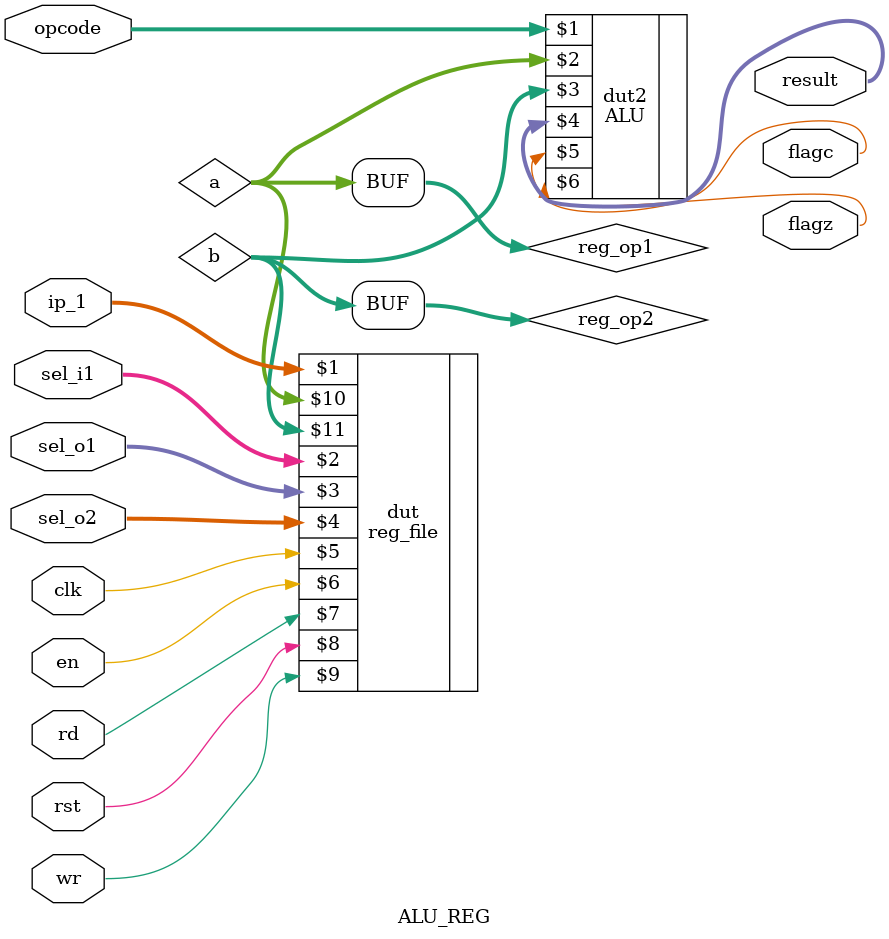
<source format=v>
`timescale 1ns / 1ps


module ALU_REG(
ip_1,sel_i1,sel_o1,sel_o2,
clk,en,rd,rst,wr,opcode,result,flagc,flagz);
    
    //inputs given to register file//
    input [31:0]ip_1;
    input [3:0] sel_i1,sel_o1,sel_o2;
    input clk,en,rd,rst,wr;
    
    //inputs given to alu
    
    input [2:0]opcode;
    
    //output of whole module
    output  [63:0]result;
    output flagc,flagz;


    // Now i want to output of reg file to be assigned to some variable.
    
    wire [31:0] reg_op1;
    wire [31:0] reg_op2;
    
    reg_file dut (ip_1,sel_i1,sel_o1,sel_o2,clk,en,rd,rst,wr,reg_op1,reg_op2);
    
    wire [31:0]a,b;
    assign a=reg_op1;
    assign b=reg_op2;
    
    ALU dut2(opcode,a,b,result,flagc,flagz);
    
endmodule

</source>
